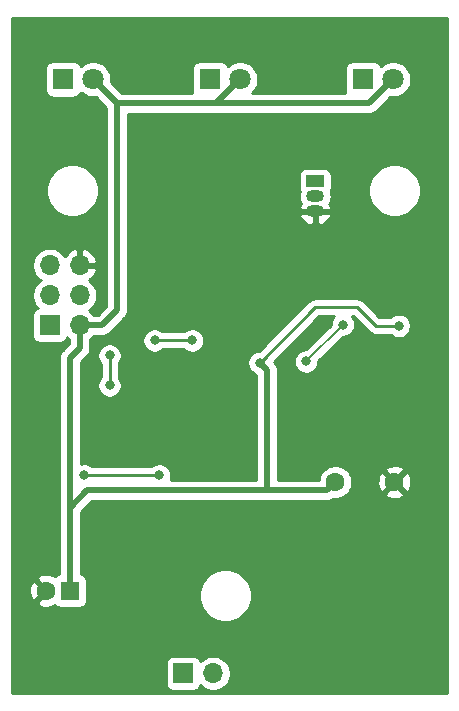
<source format=gbr>
%TF.GenerationSoftware,KiCad,Pcbnew,5.1.6*%
%TF.CreationDate,2020-10-14T19:02:39+02:00*%
%TF.ProjectId,MoCoBiBa_no_charger,4d6f436f-4269-4426-915f-6e6f5f636861,rev?*%
%TF.SameCoordinates,Original*%
%TF.FileFunction,Copper,L2,Bot*%
%TF.FilePolarity,Positive*%
%FSLAX46Y46*%
G04 Gerber Fmt 4.6, Leading zero omitted, Abs format (unit mm)*
G04 Created by KiCad (PCBNEW 5.1.6) date 2020-10-14 19:02:39*
%MOMM*%
%LPD*%
G01*
G04 APERTURE LIST*
%TA.AperFunction,ComponentPad*%
%ADD10C,1.600000*%
%TD*%
%TA.AperFunction,ComponentPad*%
%ADD11R,1.600000X1.600000*%
%TD*%
%TA.AperFunction,ComponentPad*%
%ADD12R,1.800000X1.800000*%
%TD*%
%TA.AperFunction,ComponentPad*%
%ADD13C,1.800000*%
%TD*%
%TA.AperFunction,ComponentPad*%
%ADD14R,1.700000X1.700000*%
%TD*%
%TA.AperFunction,ComponentPad*%
%ADD15O,1.700000X1.700000*%
%TD*%
%TA.AperFunction,ComponentPad*%
%ADD16O,1.500000X1.050000*%
%TD*%
%TA.AperFunction,ComponentPad*%
%ADD17R,1.500000X1.050000*%
%TD*%
%TA.AperFunction,ViaPad*%
%ADD18C,0.800000*%
%TD*%
%TA.AperFunction,Conductor*%
%ADD19C,0.540000*%
%TD*%
%TA.AperFunction,Conductor*%
%ADD20C,0.250000*%
%TD*%
%TA.AperFunction,Conductor*%
%ADD21C,0.200000*%
%TD*%
%TA.AperFunction,Conductor*%
%ADD22C,0.254000*%
%TD*%
G04 APERTURE END LIST*
D10*
%TO.P,C3,1*%
%TO.N,+2V8*%
X79438500Y-61531500D03*
%TO.P,C3,2*%
%TO.N,GND*%
X84438500Y-61531500D03*
%TD*%
D11*
%TO.P,C5,1*%
%TO.N,+2V8*%
X56959500Y-70739000D03*
D10*
%TO.P,C5,2*%
%TO.N,GND*%
X54959500Y-70739000D03*
%TD*%
D12*
%TO.P,D2,1*%
%TO.N,Net-(D2-Pad1)*%
X56388000Y-27432000D03*
D13*
%TO.P,D2,2*%
%TO.N,+2V8*%
X58928000Y-27432000D03*
%TD*%
%TO.P,D3,2*%
%TO.N,+2V8*%
X71374000Y-27432000D03*
D12*
%TO.P,D3,1*%
%TO.N,Net-(D2-Pad1)*%
X68834000Y-27432000D03*
%TD*%
%TO.P,D4,1*%
%TO.N,Net-(D2-Pad1)*%
X81788000Y-27432000D03*
D13*
%TO.P,D4,2*%
%TO.N,+2V8*%
X84328000Y-27432000D03*
%TD*%
D14*
%TO.P,J2,1*%
%TO.N,+BATT*%
X66548000Y-77724000D03*
D15*
%TO.P,J2,2*%
%TO.N,-BATT*%
X69088000Y-77724000D03*
%TD*%
D14*
%TO.P,J3,1*%
%TO.N,MISO_ISP*%
X55245000Y-48260000D03*
D15*
%TO.P,J3,2*%
%TO.N,+2V8*%
X57785000Y-48260000D03*
%TO.P,J3,3*%
%TO.N,SCK_ISP*%
X55245000Y-45720000D03*
%TO.P,J3,4*%
%TO.N,MOSI_ISP*%
X57785000Y-45720000D03*
%TO.P,J3,5*%
%TO.N,nRES_ISP*%
X55245000Y-43180000D03*
%TO.P,J3,6*%
%TO.N,GND*%
X57785000Y-43180000D03*
%TD*%
D16*
%TO.P,Q2,2*%
%TO.N,Net-(Q2-Pad2)*%
X77724000Y-37338000D03*
%TO.P,Q2,3*%
%TO.N,GND*%
X77724000Y-38608000D03*
D17*
%TO.P,Q2,1*%
%TO.N,Net-(Q2-Pad1)*%
X77724000Y-36068000D03*
%TD*%
D18*
%TO.N,+2V8*%
X73025000Y-51435000D03*
X84799500Y-48296500D03*
%TO.N,GND*%
X64770000Y-70485000D03*
X79248000Y-74676000D03*
X86360000Y-74422000D03*
X83312000Y-58674000D03*
X82677000Y-49530000D03*
X86614000Y-48895000D03*
X68453000Y-40259000D03*
X71755000Y-57785000D03*
X76200000Y-55245000D03*
X76835000Y-66040000D03*
X85725000Y-69215000D03*
X86995000Y-77470000D03*
X62230000Y-76200000D03*
X54610000Y-61595000D03*
X68580000Y-60325000D03*
X74295000Y-41910000D03*
X81915000Y-41275000D03*
X81280000Y-33655000D03*
X62484000Y-44196000D03*
X62992000Y-34036000D03*
X54864000Y-32004000D03*
X62992000Y-24892000D03*
X77216000Y-24892000D03*
X70104000Y-32512000D03*
X70612000Y-48768000D03*
%TO.N,MISO_ISP*%
X60325000Y-50800000D03*
X60325000Y-53340000D03*
%TO.N,SCK_ISP*%
X80073500Y-48196500D03*
X76962000Y-51308000D03*
%TO.N,nRES_ISP*%
X64135000Y-49530000D03*
X67310000Y-49530000D03*
%TO.N,Net-(R4-Pad2)*%
X58166000Y-60960000D03*
X64516000Y-60960000D03*
%TD*%
D19*
%TO.N,+2V8*%
X60960000Y-29464000D02*
X58928000Y-27432000D01*
X69342000Y-29464000D02*
X71374000Y-27432000D01*
X60960000Y-29464000D02*
X69342000Y-29464000D01*
X82296000Y-29464000D02*
X84328000Y-27432000D01*
X69342000Y-29464000D02*
X82296000Y-29464000D01*
X56959500Y-63944500D02*
X56959500Y-63690500D01*
X56959500Y-70739000D02*
X56959500Y-63944500D01*
X56959500Y-63690500D02*
X58420000Y-62230000D01*
X78740000Y-62230000D02*
X79438500Y-61531500D01*
X73660000Y-52070000D02*
X73025000Y-51435000D01*
X58420000Y-62230000D02*
X73660000Y-62230000D01*
X73660000Y-62230000D02*
X73660000Y-52070000D01*
X73660000Y-62230000D02*
X78740000Y-62230000D01*
X56959500Y-63690500D02*
X56959500Y-50990500D01*
X57785000Y-50165000D02*
X57785000Y-48260000D01*
X56959500Y-50990500D02*
X57785000Y-50165000D01*
X57785000Y-48260000D02*
X59690000Y-48260000D01*
X59690000Y-48260000D02*
X60960000Y-46990000D01*
X60960000Y-46990000D02*
X60960000Y-29464000D01*
D20*
X84799500Y-48296500D02*
X82840500Y-48296500D01*
X82840500Y-48296500D02*
X81280000Y-46736000D01*
X81280000Y-46736000D02*
X77724000Y-46736000D01*
X77724000Y-46736000D02*
X73025000Y-51435000D01*
%TO.N,MISO_ISP*%
X60325000Y-50800000D02*
X60325000Y-53340000D01*
D21*
%TO.N,SCK_ISP*%
X80073500Y-48196500D02*
X76962000Y-51308000D01*
D20*
%TO.N,nRES_ISP*%
X64135000Y-49530000D02*
X67310000Y-49530000D01*
%TO.N,Net-(R4-Pad2)*%
X58166000Y-60960000D02*
X64516000Y-60960000D01*
%TD*%
D22*
%TO.N,GND*%
G36*
X88875000Y-79350000D02*
G01*
X52095000Y-79350000D01*
X52095000Y-76874000D01*
X65059928Y-76874000D01*
X65059928Y-78574000D01*
X65072188Y-78698482D01*
X65108498Y-78818180D01*
X65167463Y-78928494D01*
X65246815Y-79025185D01*
X65343506Y-79104537D01*
X65453820Y-79163502D01*
X65573518Y-79199812D01*
X65698000Y-79212072D01*
X67398000Y-79212072D01*
X67522482Y-79199812D01*
X67642180Y-79163502D01*
X67752494Y-79104537D01*
X67849185Y-79025185D01*
X67928537Y-78928494D01*
X67987502Y-78818180D01*
X68009513Y-78745620D01*
X68141368Y-78877475D01*
X68384589Y-79039990D01*
X68654842Y-79151932D01*
X68941740Y-79209000D01*
X69234260Y-79209000D01*
X69521158Y-79151932D01*
X69791411Y-79039990D01*
X70034632Y-78877475D01*
X70241475Y-78670632D01*
X70403990Y-78427411D01*
X70515932Y-78157158D01*
X70573000Y-77870260D01*
X70573000Y-77577740D01*
X70515932Y-77290842D01*
X70403990Y-77020589D01*
X70241475Y-76777368D01*
X70034632Y-76570525D01*
X69791411Y-76408010D01*
X69521158Y-76296068D01*
X69234260Y-76239000D01*
X68941740Y-76239000D01*
X68654842Y-76296068D01*
X68384589Y-76408010D01*
X68141368Y-76570525D01*
X68009513Y-76702380D01*
X67987502Y-76629820D01*
X67928537Y-76519506D01*
X67849185Y-76422815D01*
X67752494Y-76343463D01*
X67642180Y-76284498D01*
X67522482Y-76248188D01*
X67398000Y-76235928D01*
X65698000Y-76235928D01*
X65573518Y-76248188D01*
X65453820Y-76284498D01*
X65343506Y-76343463D01*
X65246815Y-76422815D01*
X65167463Y-76519506D01*
X65108498Y-76629820D01*
X65072188Y-76749518D01*
X65059928Y-76874000D01*
X52095000Y-76874000D01*
X52095000Y-70809512D01*
X53519283Y-70809512D01*
X53560713Y-71089130D01*
X53655897Y-71355292D01*
X53722829Y-71480514D01*
X53966798Y-71552097D01*
X54779895Y-70739000D01*
X53966798Y-69925903D01*
X53722829Y-69997486D01*
X53601929Y-70252996D01*
X53533200Y-70527184D01*
X53519283Y-70809512D01*
X52095000Y-70809512D01*
X52095000Y-47410000D01*
X53756928Y-47410000D01*
X53756928Y-49110000D01*
X53769188Y-49234482D01*
X53805498Y-49354180D01*
X53864463Y-49464494D01*
X53943815Y-49561185D01*
X54040506Y-49640537D01*
X54150820Y-49699502D01*
X54270518Y-49735812D01*
X54395000Y-49748072D01*
X56095000Y-49748072D01*
X56219482Y-49735812D01*
X56339180Y-49699502D01*
X56449494Y-49640537D01*
X56546185Y-49561185D01*
X56625537Y-49464494D01*
X56684502Y-49354180D01*
X56706513Y-49281620D01*
X56838368Y-49413475D01*
X56880000Y-49441293D01*
X56880000Y-49790137D01*
X56350998Y-50319139D01*
X56316474Y-50347473D01*
X56288140Y-50381998D01*
X56288137Y-50382001D01*
X56203380Y-50485277D01*
X56144815Y-50594845D01*
X56119345Y-50642496D01*
X56074002Y-50791973D01*
X56067596Y-50813090D01*
X56050123Y-50990500D01*
X56054501Y-51034951D01*
X56054500Y-63646048D01*
X56054500Y-63646059D01*
X56050123Y-63690500D01*
X56054500Y-63734941D01*
X56054500Y-63988951D01*
X56054501Y-63988961D01*
X56054500Y-69311269D01*
X56035018Y-69313188D01*
X55915320Y-69349498D01*
X55805006Y-69408463D01*
X55708315Y-69487815D01*
X55697693Y-69500758D01*
X55445504Y-69381429D01*
X55171316Y-69312700D01*
X54888988Y-69298783D01*
X54609370Y-69340213D01*
X54343208Y-69435397D01*
X54217986Y-69502329D01*
X54146403Y-69746298D01*
X54959500Y-70559395D01*
X54973643Y-70545253D01*
X55153248Y-70724858D01*
X55139105Y-70739000D01*
X55153248Y-70753143D01*
X54973643Y-70932748D01*
X54959500Y-70918605D01*
X54146403Y-71731702D01*
X54217986Y-71975671D01*
X54473496Y-72096571D01*
X54747684Y-72165300D01*
X55030012Y-72179217D01*
X55309630Y-72137787D01*
X55575792Y-72042603D01*
X55697809Y-71977384D01*
X55708315Y-71990185D01*
X55805006Y-72069537D01*
X55915320Y-72128502D01*
X56035018Y-72164812D01*
X56159500Y-72177072D01*
X57759500Y-72177072D01*
X57883982Y-72164812D01*
X58003680Y-72128502D01*
X58113994Y-72069537D01*
X58210685Y-71990185D01*
X58290037Y-71893494D01*
X58349002Y-71783180D01*
X58385312Y-71663482D01*
X58397572Y-71539000D01*
X58397572Y-70899872D01*
X67869000Y-70899872D01*
X67869000Y-71340128D01*
X67954890Y-71771925D01*
X68123369Y-72178669D01*
X68367962Y-72544729D01*
X68679271Y-72856038D01*
X69045331Y-73100631D01*
X69452075Y-73269110D01*
X69883872Y-73355000D01*
X70324128Y-73355000D01*
X70755925Y-73269110D01*
X71162669Y-73100631D01*
X71528729Y-72856038D01*
X71840038Y-72544729D01*
X72084631Y-72178669D01*
X72253110Y-71771925D01*
X72339000Y-71340128D01*
X72339000Y-70899872D01*
X72253110Y-70468075D01*
X72084631Y-70061331D01*
X71840038Y-69695271D01*
X71528729Y-69383962D01*
X71162669Y-69139369D01*
X70755925Y-68970890D01*
X70324128Y-68885000D01*
X69883872Y-68885000D01*
X69452075Y-68970890D01*
X69045331Y-69139369D01*
X68679271Y-69383962D01*
X68367962Y-69695271D01*
X68123369Y-70061331D01*
X67954890Y-70468075D01*
X67869000Y-70899872D01*
X58397572Y-70899872D01*
X58397572Y-69939000D01*
X58385312Y-69814518D01*
X58349002Y-69694820D01*
X58290037Y-69584506D01*
X58210685Y-69487815D01*
X58113994Y-69408463D01*
X58003680Y-69349498D01*
X57883982Y-69313188D01*
X57864500Y-69311269D01*
X57864500Y-64065362D01*
X58794864Y-63135000D01*
X73615548Y-63135000D01*
X73660000Y-63139378D01*
X73704451Y-63135000D01*
X78695559Y-63135000D01*
X78740000Y-63139377D01*
X78784441Y-63135000D01*
X78784452Y-63135000D01*
X78917411Y-63121905D01*
X79088004Y-63070156D01*
X79245223Y-62986120D01*
X79274599Y-62962011D01*
X79297165Y-62966500D01*
X79579835Y-62966500D01*
X79857074Y-62911353D01*
X80118227Y-62803180D01*
X80353259Y-62646137D01*
X80475194Y-62524202D01*
X83625403Y-62524202D01*
X83696986Y-62768171D01*
X83952496Y-62889071D01*
X84226684Y-62957800D01*
X84509012Y-62971717D01*
X84788630Y-62930287D01*
X85054792Y-62835103D01*
X85180014Y-62768171D01*
X85251597Y-62524202D01*
X84438500Y-61711105D01*
X83625403Y-62524202D01*
X80475194Y-62524202D01*
X80553137Y-62446259D01*
X80710180Y-62211227D01*
X80818353Y-61950074D01*
X80873500Y-61672835D01*
X80873500Y-61602012D01*
X82998283Y-61602012D01*
X83039713Y-61881630D01*
X83134897Y-62147792D01*
X83201829Y-62273014D01*
X83445798Y-62344597D01*
X84258895Y-61531500D01*
X84618105Y-61531500D01*
X85431202Y-62344597D01*
X85675171Y-62273014D01*
X85796071Y-62017504D01*
X85864800Y-61743316D01*
X85878717Y-61460988D01*
X85837287Y-61181370D01*
X85742103Y-60915208D01*
X85675171Y-60789986D01*
X85431202Y-60718403D01*
X84618105Y-61531500D01*
X84258895Y-61531500D01*
X83445798Y-60718403D01*
X83201829Y-60789986D01*
X83080929Y-61045496D01*
X83012200Y-61319684D01*
X82998283Y-61602012D01*
X80873500Y-61602012D01*
X80873500Y-61390165D01*
X80818353Y-61112926D01*
X80710180Y-60851773D01*
X80553137Y-60616741D01*
X80475194Y-60538798D01*
X83625403Y-60538798D01*
X84438500Y-61351895D01*
X85251597Y-60538798D01*
X85180014Y-60294829D01*
X84924504Y-60173929D01*
X84650316Y-60105200D01*
X84367988Y-60091283D01*
X84088370Y-60132713D01*
X83822208Y-60227897D01*
X83696986Y-60294829D01*
X83625403Y-60538798D01*
X80475194Y-60538798D01*
X80353259Y-60416863D01*
X80118227Y-60259820D01*
X79857074Y-60151647D01*
X79579835Y-60096500D01*
X79297165Y-60096500D01*
X79019926Y-60151647D01*
X78758773Y-60259820D01*
X78523741Y-60416863D01*
X78323863Y-60616741D01*
X78166820Y-60851773D01*
X78058647Y-61112926D01*
X78016462Y-61325000D01*
X74565000Y-61325000D01*
X74565000Y-52114442D01*
X74569377Y-52070000D01*
X74565000Y-52025558D01*
X74565000Y-52025548D01*
X74551905Y-51892589D01*
X74500156Y-51721996D01*
X74437052Y-51603937D01*
X74416120Y-51564776D01*
X74331364Y-51461500D01*
X74331356Y-51461492D01*
X74303027Y-51426973D01*
X74268507Y-51398643D01*
X74202332Y-51332469D01*
X78038802Y-47496000D01*
X79310289Y-47496000D01*
X79269563Y-47536726D01*
X79156295Y-47706244D01*
X79078274Y-47894602D01*
X79038500Y-48094561D01*
X79038500Y-48192053D01*
X76957554Y-50273000D01*
X76860061Y-50273000D01*
X76660102Y-50312774D01*
X76471744Y-50390795D01*
X76302226Y-50504063D01*
X76158063Y-50648226D01*
X76044795Y-50817744D01*
X75966774Y-51006102D01*
X75927000Y-51206061D01*
X75927000Y-51409939D01*
X75966774Y-51609898D01*
X76044795Y-51798256D01*
X76158063Y-51967774D01*
X76302226Y-52111937D01*
X76471744Y-52225205D01*
X76660102Y-52303226D01*
X76860061Y-52343000D01*
X77063939Y-52343000D01*
X77263898Y-52303226D01*
X77452256Y-52225205D01*
X77621774Y-52111937D01*
X77765937Y-51967774D01*
X77879205Y-51798256D01*
X77957226Y-51609898D01*
X77997000Y-51409939D01*
X77997000Y-51312446D01*
X80077947Y-49231500D01*
X80175439Y-49231500D01*
X80375398Y-49191726D01*
X80563756Y-49113705D01*
X80733274Y-49000437D01*
X80877437Y-48856274D01*
X80990705Y-48686756D01*
X81068726Y-48498398D01*
X81108500Y-48298439D01*
X81108500Y-48094561D01*
X81068726Y-47894602D01*
X80990705Y-47706244D01*
X80877437Y-47536726D01*
X80836711Y-47496000D01*
X80965199Y-47496000D01*
X82276701Y-48807503D01*
X82300499Y-48836501D01*
X82416224Y-48931474D01*
X82548253Y-49002046D01*
X82691514Y-49045503D01*
X82803167Y-49056500D01*
X82803176Y-49056500D01*
X82840499Y-49060176D01*
X82877822Y-49056500D01*
X84095789Y-49056500D01*
X84139726Y-49100437D01*
X84309244Y-49213705D01*
X84497602Y-49291726D01*
X84697561Y-49331500D01*
X84901439Y-49331500D01*
X85101398Y-49291726D01*
X85289756Y-49213705D01*
X85459274Y-49100437D01*
X85603437Y-48956274D01*
X85716705Y-48786756D01*
X85794726Y-48598398D01*
X85834500Y-48398439D01*
X85834500Y-48194561D01*
X85794726Y-47994602D01*
X85716705Y-47806244D01*
X85603437Y-47636726D01*
X85459274Y-47492563D01*
X85289756Y-47379295D01*
X85101398Y-47301274D01*
X84901439Y-47261500D01*
X84697561Y-47261500D01*
X84497602Y-47301274D01*
X84309244Y-47379295D01*
X84139726Y-47492563D01*
X84095789Y-47536500D01*
X83155302Y-47536500D01*
X81843804Y-46225003D01*
X81820001Y-46195999D01*
X81704276Y-46101026D01*
X81572247Y-46030454D01*
X81428986Y-45986997D01*
X81317333Y-45976000D01*
X81317322Y-45976000D01*
X81280000Y-45972324D01*
X81242678Y-45976000D01*
X77761333Y-45976000D01*
X77724000Y-45972323D01*
X77686667Y-45976000D01*
X77575014Y-45986997D01*
X77431753Y-46030454D01*
X77299724Y-46101026D01*
X77183999Y-46195999D01*
X77160201Y-46224997D01*
X72985199Y-50400000D01*
X72923061Y-50400000D01*
X72723102Y-50439774D01*
X72534744Y-50517795D01*
X72365226Y-50631063D01*
X72221063Y-50775226D01*
X72107795Y-50944744D01*
X72029774Y-51133102D01*
X71990000Y-51333061D01*
X71990000Y-51536939D01*
X72029774Y-51736898D01*
X72107795Y-51925256D01*
X72221063Y-52094774D01*
X72365226Y-52238937D01*
X72534744Y-52352205D01*
X72723102Y-52430226D01*
X72744649Y-52434512D01*
X72755001Y-52444864D01*
X72755000Y-61325000D01*
X65485088Y-61325000D01*
X65511226Y-61261898D01*
X65551000Y-61061939D01*
X65551000Y-60858061D01*
X65511226Y-60658102D01*
X65433205Y-60469744D01*
X65319937Y-60300226D01*
X65175774Y-60156063D01*
X65006256Y-60042795D01*
X64817898Y-59964774D01*
X64617939Y-59925000D01*
X64414061Y-59925000D01*
X64214102Y-59964774D01*
X64025744Y-60042795D01*
X63856226Y-60156063D01*
X63812289Y-60200000D01*
X58869711Y-60200000D01*
X58825774Y-60156063D01*
X58656256Y-60042795D01*
X58467898Y-59964774D01*
X58267939Y-59925000D01*
X58064061Y-59925000D01*
X57864500Y-59964695D01*
X57864500Y-51365362D01*
X58393503Y-50836360D01*
X58428027Y-50808027D01*
X58464457Y-50763637D01*
X58518274Y-50698061D01*
X59290000Y-50698061D01*
X59290000Y-50901939D01*
X59329774Y-51101898D01*
X59407795Y-51290256D01*
X59521063Y-51459774D01*
X59565000Y-51503711D01*
X59565001Y-52636288D01*
X59521063Y-52680226D01*
X59407795Y-52849744D01*
X59329774Y-53038102D01*
X59290000Y-53238061D01*
X59290000Y-53441939D01*
X59329774Y-53641898D01*
X59407795Y-53830256D01*
X59521063Y-53999774D01*
X59665226Y-54143937D01*
X59834744Y-54257205D01*
X60023102Y-54335226D01*
X60223061Y-54375000D01*
X60426939Y-54375000D01*
X60626898Y-54335226D01*
X60815256Y-54257205D01*
X60984774Y-54143937D01*
X61128937Y-53999774D01*
X61242205Y-53830256D01*
X61320226Y-53641898D01*
X61360000Y-53441939D01*
X61360000Y-53238061D01*
X61320226Y-53038102D01*
X61242205Y-52849744D01*
X61128937Y-52680226D01*
X61085000Y-52636289D01*
X61085000Y-51503711D01*
X61128937Y-51459774D01*
X61242205Y-51290256D01*
X61320226Y-51101898D01*
X61360000Y-50901939D01*
X61360000Y-50698061D01*
X61320226Y-50498102D01*
X61242205Y-50309744D01*
X61128937Y-50140226D01*
X60984774Y-49996063D01*
X60815256Y-49882795D01*
X60626898Y-49804774D01*
X60426939Y-49765000D01*
X60223061Y-49765000D01*
X60023102Y-49804774D01*
X59834744Y-49882795D01*
X59665226Y-49996063D01*
X59521063Y-50140226D01*
X59407795Y-50309744D01*
X59329774Y-50498102D01*
X59290000Y-50698061D01*
X58518274Y-50698061D01*
X58541120Y-50670224D01*
X58625155Y-50513005D01*
X58625156Y-50513004D01*
X58676905Y-50342411D01*
X58690000Y-50209452D01*
X58690000Y-50209440D01*
X58694377Y-50165001D01*
X58690000Y-50120562D01*
X58690000Y-49441293D01*
X58709802Y-49428061D01*
X63100000Y-49428061D01*
X63100000Y-49631939D01*
X63139774Y-49831898D01*
X63217795Y-50020256D01*
X63331063Y-50189774D01*
X63475226Y-50333937D01*
X63644744Y-50447205D01*
X63833102Y-50525226D01*
X64033061Y-50565000D01*
X64236939Y-50565000D01*
X64436898Y-50525226D01*
X64625256Y-50447205D01*
X64794774Y-50333937D01*
X64838711Y-50290000D01*
X66606289Y-50290000D01*
X66650226Y-50333937D01*
X66819744Y-50447205D01*
X67008102Y-50525226D01*
X67208061Y-50565000D01*
X67411939Y-50565000D01*
X67611898Y-50525226D01*
X67800256Y-50447205D01*
X67969774Y-50333937D01*
X68113937Y-50189774D01*
X68227205Y-50020256D01*
X68305226Y-49831898D01*
X68345000Y-49631939D01*
X68345000Y-49428061D01*
X68305226Y-49228102D01*
X68227205Y-49039744D01*
X68113937Y-48870226D01*
X67969774Y-48726063D01*
X67800256Y-48612795D01*
X67611898Y-48534774D01*
X67411939Y-48495000D01*
X67208061Y-48495000D01*
X67008102Y-48534774D01*
X66819744Y-48612795D01*
X66650226Y-48726063D01*
X66606289Y-48770000D01*
X64838711Y-48770000D01*
X64794774Y-48726063D01*
X64625256Y-48612795D01*
X64436898Y-48534774D01*
X64236939Y-48495000D01*
X64033061Y-48495000D01*
X63833102Y-48534774D01*
X63644744Y-48612795D01*
X63475226Y-48726063D01*
X63331063Y-48870226D01*
X63217795Y-49039744D01*
X63139774Y-49228102D01*
X63100000Y-49428061D01*
X58709802Y-49428061D01*
X58731632Y-49413475D01*
X58938475Y-49206632D01*
X58966293Y-49165000D01*
X59645559Y-49165000D01*
X59690000Y-49169377D01*
X59734441Y-49165000D01*
X59734452Y-49165000D01*
X59867411Y-49151905D01*
X60038004Y-49100156D01*
X60195223Y-49016120D01*
X60333027Y-48903027D01*
X60361365Y-48868497D01*
X61568503Y-47661360D01*
X61603027Y-47633027D01*
X61631363Y-47598500D01*
X61716120Y-47495224D01*
X61800155Y-47338005D01*
X61800156Y-47338004D01*
X61851905Y-47167411D01*
X61865000Y-47034452D01*
X61865000Y-47034443D01*
X61869377Y-46990001D01*
X61865000Y-46945559D01*
X61865000Y-38913810D01*
X76380036Y-38913810D01*
X76388728Y-38975337D01*
X76481725Y-39184882D01*
X76613816Y-39372258D01*
X76779924Y-39530264D01*
X76973666Y-39652828D01*
X77187596Y-39735239D01*
X77413493Y-39774331D01*
X77597000Y-39614598D01*
X77597000Y-38735000D01*
X77851000Y-38735000D01*
X77851000Y-39614598D01*
X78034507Y-39774331D01*
X78260404Y-39735239D01*
X78474334Y-39652828D01*
X78668076Y-39530264D01*
X78834184Y-39372258D01*
X78966275Y-39184882D01*
X79059272Y-38975337D01*
X79067964Y-38913810D01*
X78942163Y-38735000D01*
X77851000Y-38735000D01*
X77597000Y-38735000D01*
X76505837Y-38735000D01*
X76380036Y-38913810D01*
X61865000Y-38913810D01*
X61865000Y-37338000D01*
X76333388Y-37338000D01*
X76355785Y-37565400D01*
X76422115Y-37784060D01*
X76522929Y-37972669D01*
X76481725Y-38031118D01*
X76388728Y-38240663D01*
X76380036Y-38302190D01*
X76505837Y-38481000D01*
X77270891Y-38481000D01*
X77271600Y-38481215D01*
X77442021Y-38498000D01*
X78005979Y-38498000D01*
X78176400Y-38481215D01*
X78177109Y-38481000D01*
X78942163Y-38481000D01*
X79067964Y-38302190D01*
X79059272Y-38240663D01*
X78966275Y-38031118D01*
X78925071Y-37972669D01*
X79025885Y-37784060D01*
X79092215Y-37565400D01*
X79114612Y-37338000D01*
X79092215Y-37110600D01*
X79028907Y-36901902D01*
X79063502Y-36837180D01*
X79099812Y-36717482D01*
X79110410Y-36609872D01*
X82220000Y-36609872D01*
X82220000Y-37050128D01*
X82305890Y-37481925D01*
X82474369Y-37888669D01*
X82718962Y-38254729D01*
X83030271Y-38566038D01*
X83396331Y-38810631D01*
X83803075Y-38979110D01*
X84234872Y-39065000D01*
X84675128Y-39065000D01*
X85106925Y-38979110D01*
X85513669Y-38810631D01*
X85879729Y-38566038D01*
X86191038Y-38254729D01*
X86435631Y-37888669D01*
X86604110Y-37481925D01*
X86690000Y-37050128D01*
X86690000Y-36609872D01*
X86604110Y-36178075D01*
X86435631Y-35771331D01*
X86191038Y-35405271D01*
X85879729Y-35093962D01*
X85513669Y-34849369D01*
X85106925Y-34680890D01*
X84675128Y-34595000D01*
X84234872Y-34595000D01*
X83803075Y-34680890D01*
X83396331Y-34849369D01*
X83030271Y-35093962D01*
X82718962Y-35405271D01*
X82474369Y-35771331D01*
X82305890Y-36178075D01*
X82220000Y-36609872D01*
X79110410Y-36609872D01*
X79112072Y-36593000D01*
X79112072Y-35543000D01*
X79099812Y-35418518D01*
X79063502Y-35298820D01*
X79004537Y-35188506D01*
X78925185Y-35091815D01*
X78828494Y-35012463D01*
X78718180Y-34953498D01*
X78598482Y-34917188D01*
X78474000Y-34904928D01*
X76974000Y-34904928D01*
X76849518Y-34917188D01*
X76729820Y-34953498D01*
X76619506Y-35012463D01*
X76522815Y-35091815D01*
X76443463Y-35188506D01*
X76384498Y-35298820D01*
X76348188Y-35418518D01*
X76335928Y-35543000D01*
X76335928Y-36593000D01*
X76348188Y-36717482D01*
X76384498Y-36837180D01*
X76419093Y-36901902D01*
X76355785Y-37110600D01*
X76333388Y-37338000D01*
X61865000Y-37338000D01*
X61865000Y-30369000D01*
X69297559Y-30369000D01*
X69342000Y-30373377D01*
X69386441Y-30369000D01*
X82251559Y-30369000D01*
X82296000Y-30373377D01*
X82340441Y-30369000D01*
X82340452Y-30369000D01*
X82473411Y-30355905D01*
X82644004Y-30304156D01*
X82801223Y-30220120D01*
X82939027Y-30107027D01*
X82967365Y-30072497D01*
X84090109Y-28949753D01*
X84176816Y-28967000D01*
X84479184Y-28967000D01*
X84775743Y-28908011D01*
X85055095Y-28792299D01*
X85306505Y-28624312D01*
X85520312Y-28410505D01*
X85688299Y-28159095D01*
X85804011Y-27879743D01*
X85863000Y-27583184D01*
X85863000Y-27280816D01*
X85804011Y-26984257D01*
X85688299Y-26704905D01*
X85520312Y-26453495D01*
X85306505Y-26239688D01*
X85055095Y-26071701D01*
X84775743Y-25955989D01*
X84479184Y-25897000D01*
X84176816Y-25897000D01*
X83880257Y-25955989D01*
X83600905Y-26071701D01*
X83349495Y-26239688D01*
X83283056Y-26306127D01*
X83277502Y-26287820D01*
X83218537Y-26177506D01*
X83139185Y-26080815D01*
X83042494Y-26001463D01*
X82932180Y-25942498D01*
X82812482Y-25906188D01*
X82688000Y-25893928D01*
X80888000Y-25893928D01*
X80763518Y-25906188D01*
X80643820Y-25942498D01*
X80533506Y-26001463D01*
X80436815Y-26080815D01*
X80357463Y-26177506D01*
X80298498Y-26287820D01*
X80262188Y-26407518D01*
X80249928Y-26532000D01*
X80249928Y-28332000D01*
X80262188Y-28456482D01*
X80293287Y-28559000D01*
X72417817Y-28559000D01*
X72566312Y-28410505D01*
X72734299Y-28159095D01*
X72850011Y-27879743D01*
X72909000Y-27583184D01*
X72909000Y-27280816D01*
X72850011Y-26984257D01*
X72734299Y-26704905D01*
X72566312Y-26453495D01*
X72352505Y-26239688D01*
X72101095Y-26071701D01*
X71821743Y-25955989D01*
X71525184Y-25897000D01*
X71222816Y-25897000D01*
X70926257Y-25955989D01*
X70646905Y-26071701D01*
X70395495Y-26239688D01*
X70329056Y-26306127D01*
X70323502Y-26287820D01*
X70264537Y-26177506D01*
X70185185Y-26080815D01*
X70088494Y-26001463D01*
X69978180Y-25942498D01*
X69858482Y-25906188D01*
X69734000Y-25893928D01*
X67934000Y-25893928D01*
X67809518Y-25906188D01*
X67689820Y-25942498D01*
X67579506Y-26001463D01*
X67482815Y-26080815D01*
X67403463Y-26177506D01*
X67344498Y-26287820D01*
X67308188Y-26407518D01*
X67295928Y-26532000D01*
X67295928Y-28332000D01*
X67308188Y-28456482D01*
X67339287Y-28559000D01*
X61334863Y-28559000D01*
X60445753Y-27669891D01*
X60463000Y-27583184D01*
X60463000Y-27280816D01*
X60404011Y-26984257D01*
X60288299Y-26704905D01*
X60120312Y-26453495D01*
X59906505Y-26239688D01*
X59655095Y-26071701D01*
X59375743Y-25955989D01*
X59079184Y-25897000D01*
X58776816Y-25897000D01*
X58480257Y-25955989D01*
X58200905Y-26071701D01*
X57949495Y-26239688D01*
X57883056Y-26306127D01*
X57877502Y-26287820D01*
X57818537Y-26177506D01*
X57739185Y-26080815D01*
X57642494Y-26001463D01*
X57532180Y-25942498D01*
X57412482Y-25906188D01*
X57288000Y-25893928D01*
X55488000Y-25893928D01*
X55363518Y-25906188D01*
X55243820Y-25942498D01*
X55133506Y-26001463D01*
X55036815Y-26080815D01*
X54957463Y-26177506D01*
X54898498Y-26287820D01*
X54862188Y-26407518D01*
X54849928Y-26532000D01*
X54849928Y-28332000D01*
X54862188Y-28456482D01*
X54898498Y-28576180D01*
X54957463Y-28686494D01*
X55036815Y-28783185D01*
X55133506Y-28862537D01*
X55243820Y-28921502D01*
X55363518Y-28957812D01*
X55488000Y-28970072D01*
X57288000Y-28970072D01*
X57412482Y-28957812D01*
X57532180Y-28921502D01*
X57642494Y-28862537D01*
X57739185Y-28783185D01*
X57818537Y-28686494D01*
X57877502Y-28576180D01*
X57883056Y-28557873D01*
X57949495Y-28624312D01*
X58200905Y-28792299D01*
X58480257Y-28908011D01*
X58776816Y-28967000D01*
X59079184Y-28967000D01*
X59165891Y-28949753D01*
X60055001Y-29838864D01*
X60055000Y-46615137D01*
X59315138Y-47355000D01*
X58966293Y-47355000D01*
X58938475Y-47313368D01*
X58731632Y-47106525D01*
X58557240Y-46990000D01*
X58731632Y-46873475D01*
X58938475Y-46666632D01*
X59100990Y-46423411D01*
X59212932Y-46153158D01*
X59270000Y-45866260D01*
X59270000Y-45573740D01*
X59212932Y-45286842D01*
X59100990Y-45016589D01*
X58938475Y-44773368D01*
X58731632Y-44566525D01*
X58549466Y-44444805D01*
X58666355Y-44375178D01*
X58882588Y-44180269D01*
X59056641Y-43946920D01*
X59181825Y-43684099D01*
X59226476Y-43536890D01*
X59105155Y-43307000D01*
X57912000Y-43307000D01*
X57912000Y-43327000D01*
X57658000Y-43327000D01*
X57658000Y-43307000D01*
X57638000Y-43307000D01*
X57638000Y-43053000D01*
X57658000Y-43053000D01*
X57658000Y-41859186D01*
X57912000Y-41859186D01*
X57912000Y-43053000D01*
X59105155Y-43053000D01*
X59226476Y-42823110D01*
X59181825Y-42675901D01*
X59056641Y-42413080D01*
X58882588Y-42179731D01*
X58666355Y-41984822D01*
X58416252Y-41835843D01*
X58141891Y-41738519D01*
X57912000Y-41859186D01*
X57658000Y-41859186D01*
X57428109Y-41738519D01*
X57153748Y-41835843D01*
X56903645Y-41984822D01*
X56687412Y-42179731D01*
X56516100Y-42409406D01*
X56398475Y-42233368D01*
X56191632Y-42026525D01*
X55948411Y-41864010D01*
X55678158Y-41752068D01*
X55391260Y-41695000D01*
X55098740Y-41695000D01*
X54811842Y-41752068D01*
X54541589Y-41864010D01*
X54298368Y-42026525D01*
X54091525Y-42233368D01*
X53929010Y-42476589D01*
X53817068Y-42746842D01*
X53760000Y-43033740D01*
X53760000Y-43326260D01*
X53817068Y-43613158D01*
X53929010Y-43883411D01*
X54091525Y-44126632D01*
X54298368Y-44333475D01*
X54472760Y-44450000D01*
X54298368Y-44566525D01*
X54091525Y-44773368D01*
X53929010Y-45016589D01*
X53817068Y-45286842D01*
X53760000Y-45573740D01*
X53760000Y-45866260D01*
X53817068Y-46153158D01*
X53929010Y-46423411D01*
X54091525Y-46666632D01*
X54223380Y-46798487D01*
X54150820Y-46820498D01*
X54040506Y-46879463D01*
X53943815Y-46958815D01*
X53864463Y-47055506D01*
X53805498Y-47165820D01*
X53769188Y-47285518D01*
X53756928Y-47410000D01*
X52095000Y-47410000D01*
X52095000Y-36609872D01*
X54915000Y-36609872D01*
X54915000Y-37050128D01*
X55000890Y-37481925D01*
X55169369Y-37888669D01*
X55413962Y-38254729D01*
X55725271Y-38566038D01*
X56091331Y-38810631D01*
X56498075Y-38979110D01*
X56929872Y-39065000D01*
X57370128Y-39065000D01*
X57801925Y-38979110D01*
X58208669Y-38810631D01*
X58574729Y-38566038D01*
X58886038Y-38254729D01*
X59130631Y-37888669D01*
X59299110Y-37481925D01*
X59385000Y-37050128D01*
X59385000Y-36609872D01*
X59299110Y-36178075D01*
X59130631Y-35771331D01*
X58886038Y-35405271D01*
X58574729Y-35093962D01*
X58208669Y-34849369D01*
X57801925Y-34680890D01*
X57370128Y-34595000D01*
X56929872Y-34595000D01*
X56498075Y-34680890D01*
X56091331Y-34849369D01*
X55725271Y-35093962D01*
X55413962Y-35405271D01*
X55169369Y-35771331D01*
X55000890Y-36178075D01*
X54915000Y-36609872D01*
X52095000Y-36609872D01*
X52095000Y-22250000D01*
X88875001Y-22250000D01*
X88875000Y-79350000D01*
G37*
X88875000Y-79350000D02*
X52095000Y-79350000D01*
X52095000Y-76874000D01*
X65059928Y-76874000D01*
X65059928Y-78574000D01*
X65072188Y-78698482D01*
X65108498Y-78818180D01*
X65167463Y-78928494D01*
X65246815Y-79025185D01*
X65343506Y-79104537D01*
X65453820Y-79163502D01*
X65573518Y-79199812D01*
X65698000Y-79212072D01*
X67398000Y-79212072D01*
X67522482Y-79199812D01*
X67642180Y-79163502D01*
X67752494Y-79104537D01*
X67849185Y-79025185D01*
X67928537Y-78928494D01*
X67987502Y-78818180D01*
X68009513Y-78745620D01*
X68141368Y-78877475D01*
X68384589Y-79039990D01*
X68654842Y-79151932D01*
X68941740Y-79209000D01*
X69234260Y-79209000D01*
X69521158Y-79151932D01*
X69791411Y-79039990D01*
X70034632Y-78877475D01*
X70241475Y-78670632D01*
X70403990Y-78427411D01*
X70515932Y-78157158D01*
X70573000Y-77870260D01*
X70573000Y-77577740D01*
X70515932Y-77290842D01*
X70403990Y-77020589D01*
X70241475Y-76777368D01*
X70034632Y-76570525D01*
X69791411Y-76408010D01*
X69521158Y-76296068D01*
X69234260Y-76239000D01*
X68941740Y-76239000D01*
X68654842Y-76296068D01*
X68384589Y-76408010D01*
X68141368Y-76570525D01*
X68009513Y-76702380D01*
X67987502Y-76629820D01*
X67928537Y-76519506D01*
X67849185Y-76422815D01*
X67752494Y-76343463D01*
X67642180Y-76284498D01*
X67522482Y-76248188D01*
X67398000Y-76235928D01*
X65698000Y-76235928D01*
X65573518Y-76248188D01*
X65453820Y-76284498D01*
X65343506Y-76343463D01*
X65246815Y-76422815D01*
X65167463Y-76519506D01*
X65108498Y-76629820D01*
X65072188Y-76749518D01*
X65059928Y-76874000D01*
X52095000Y-76874000D01*
X52095000Y-70809512D01*
X53519283Y-70809512D01*
X53560713Y-71089130D01*
X53655897Y-71355292D01*
X53722829Y-71480514D01*
X53966798Y-71552097D01*
X54779895Y-70739000D01*
X53966798Y-69925903D01*
X53722829Y-69997486D01*
X53601929Y-70252996D01*
X53533200Y-70527184D01*
X53519283Y-70809512D01*
X52095000Y-70809512D01*
X52095000Y-47410000D01*
X53756928Y-47410000D01*
X53756928Y-49110000D01*
X53769188Y-49234482D01*
X53805498Y-49354180D01*
X53864463Y-49464494D01*
X53943815Y-49561185D01*
X54040506Y-49640537D01*
X54150820Y-49699502D01*
X54270518Y-49735812D01*
X54395000Y-49748072D01*
X56095000Y-49748072D01*
X56219482Y-49735812D01*
X56339180Y-49699502D01*
X56449494Y-49640537D01*
X56546185Y-49561185D01*
X56625537Y-49464494D01*
X56684502Y-49354180D01*
X56706513Y-49281620D01*
X56838368Y-49413475D01*
X56880000Y-49441293D01*
X56880000Y-49790137D01*
X56350998Y-50319139D01*
X56316474Y-50347473D01*
X56288140Y-50381998D01*
X56288137Y-50382001D01*
X56203380Y-50485277D01*
X56144815Y-50594845D01*
X56119345Y-50642496D01*
X56074002Y-50791973D01*
X56067596Y-50813090D01*
X56050123Y-50990500D01*
X56054501Y-51034951D01*
X56054500Y-63646048D01*
X56054500Y-63646059D01*
X56050123Y-63690500D01*
X56054500Y-63734941D01*
X56054500Y-63988951D01*
X56054501Y-63988961D01*
X56054500Y-69311269D01*
X56035018Y-69313188D01*
X55915320Y-69349498D01*
X55805006Y-69408463D01*
X55708315Y-69487815D01*
X55697693Y-69500758D01*
X55445504Y-69381429D01*
X55171316Y-69312700D01*
X54888988Y-69298783D01*
X54609370Y-69340213D01*
X54343208Y-69435397D01*
X54217986Y-69502329D01*
X54146403Y-69746298D01*
X54959500Y-70559395D01*
X54973643Y-70545253D01*
X55153248Y-70724858D01*
X55139105Y-70739000D01*
X55153248Y-70753143D01*
X54973643Y-70932748D01*
X54959500Y-70918605D01*
X54146403Y-71731702D01*
X54217986Y-71975671D01*
X54473496Y-72096571D01*
X54747684Y-72165300D01*
X55030012Y-72179217D01*
X55309630Y-72137787D01*
X55575792Y-72042603D01*
X55697809Y-71977384D01*
X55708315Y-71990185D01*
X55805006Y-72069537D01*
X55915320Y-72128502D01*
X56035018Y-72164812D01*
X56159500Y-72177072D01*
X57759500Y-72177072D01*
X57883982Y-72164812D01*
X58003680Y-72128502D01*
X58113994Y-72069537D01*
X58210685Y-71990185D01*
X58290037Y-71893494D01*
X58349002Y-71783180D01*
X58385312Y-71663482D01*
X58397572Y-71539000D01*
X58397572Y-70899872D01*
X67869000Y-70899872D01*
X67869000Y-71340128D01*
X67954890Y-71771925D01*
X68123369Y-72178669D01*
X68367962Y-72544729D01*
X68679271Y-72856038D01*
X69045331Y-73100631D01*
X69452075Y-73269110D01*
X69883872Y-73355000D01*
X70324128Y-73355000D01*
X70755925Y-73269110D01*
X71162669Y-73100631D01*
X71528729Y-72856038D01*
X71840038Y-72544729D01*
X72084631Y-72178669D01*
X72253110Y-71771925D01*
X72339000Y-71340128D01*
X72339000Y-70899872D01*
X72253110Y-70468075D01*
X72084631Y-70061331D01*
X71840038Y-69695271D01*
X71528729Y-69383962D01*
X71162669Y-69139369D01*
X70755925Y-68970890D01*
X70324128Y-68885000D01*
X69883872Y-68885000D01*
X69452075Y-68970890D01*
X69045331Y-69139369D01*
X68679271Y-69383962D01*
X68367962Y-69695271D01*
X68123369Y-70061331D01*
X67954890Y-70468075D01*
X67869000Y-70899872D01*
X58397572Y-70899872D01*
X58397572Y-69939000D01*
X58385312Y-69814518D01*
X58349002Y-69694820D01*
X58290037Y-69584506D01*
X58210685Y-69487815D01*
X58113994Y-69408463D01*
X58003680Y-69349498D01*
X57883982Y-69313188D01*
X57864500Y-69311269D01*
X57864500Y-64065362D01*
X58794864Y-63135000D01*
X73615548Y-63135000D01*
X73660000Y-63139378D01*
X73704451Y-63135000D01*
X78695559Y-63135000D01*
X78740000Y-63139377D01*
X78784441Y-63135000D01*
X78784452Y-63135000D01*
X78917411Y-63121905D01*
X79088004Y-63070156D01*
X79245223Y-62986120D01*
X79274599Y-62962011D01*
X79297165Y-62966500D01*
X79579835Y-62966500D01*
X79857074Y-62911353D01*
X80118227Y-62803180D01*
X80353259Y-62646137D01*
X80475194Y-62524202D01*
X83625403Y-62524202D01*
X83696986Y-62768171D01*
X83952496Y-62889071D01*
X84226684Y-62957800D01*
X84509012Y-62971717D01*
X84788630Y-62930287D01*
X85054792Y-62835103D01*
X85180014Y-62768171D01*
X85251597Y-62524202D01*
X84438500Y-61711105D01*
X83625403Y-62524202D01*
X80475194Y-62524202D01*
X80553137Y-62446259D01*
X80710180Y-62211227D01*
X80818353Y-61950074D01*
X80873500Y-61672835D01*
X80873500Y-61602012D01*
X82998283Y-61602012D01*
X83039713Y-61881630D01*
X83134897Y-62147792D01*
X83201829Y-62273014D01*
X83445798Y-62344597D01*
X84258895Y-61531500D01*
X84618105Y-61531500D01*
X85431202Y-62344597D01*
X85675171Y-62273014D01*
X85796071Y-62017504D01*
X85864800Y-61743316D01*
X85878717Y-61460988D01*
X85837287Y-61181370D01*
X85742103Y-60915208D01*
X85675171Y-60789986D01*
X85431202Y-60718403D01*
X84618105Y-61531500D01*
X84258895Y-61531500D01*
X83445798Y-60718403D01*
X83201829Y-60789986D01*
X83080929Y-61045496D01*
X83012200Y-61319684D01*
X82998283Y-61602012D01*
X80873500Y-61602012D01*
X80873500Y-61390165D01*
X80818353Y-61112926D01*
X80710180Y-60851773D01*
X80553137Y-60616741D01*
X80475194Y-60538798D01*
X83625403Y-60538798D01*
X84438500Y-61351895D01*
X85251597Y-60538798D01*
X85180014Y-60294829D01*
X84924504Y-60173929D01*
X84650316Y-60105200D01*
X84367988Y-60091283D01*
X84088370Y-60132713D01*
X83822208Y-60227897D01*
X83696986Y-60294829D01*
X83625403Y-60538798D01*
X80475194Y-60538798D01*
X80353259Y-60416863D01*
X80118227Y-60259820D01*
X79857074Y-60151647D01*
X79579835Y-60096500D01*
X79297165Y-60096500D01*
X79019926Y-60151647D01*
X78758773Y-60259820D01*
X78523741Y-60416863D01*
X78323863Y-60616741D01*
X78166820Y-60851773D01*
X78058647Y-61112926D01*
X78016462Y-61325000D01*
X74565000Y-61325000D01*
X74565000Y-52114442D01*
X74569377Y-52070000D01*
X74565000Y-52025558D01*
X74565000Y-52025548D01*
X74551905Y-51892589D01*
X74500156Y-51721996D01*
X74437052Y-51603937D01*
X74416120Y-51564776D01*
X74331364Y-51461500D01*
X74331356Y-51461492D01*
X74303027Y-51426973D01*
X74268507Y-51398643D01*
X74202332Y-51332469D01*
X78038802Y-47496000D01*
X79310289Y-47496000D01*
X79269563Y-47536726D01*
X79156295Y-47706244D01*
X79078274Y-47894602D01*
X79038500Y-48094561D01*
X79038500Y-48192053D01*
X76957554Y-50273000D01*
X76860061Y-50273000D01*
X76660102Y-50312774D01*
X76471744Y-50390795D01*
X76302226Y-50504063D01*
X76158063Y-50648226D01*
X76044795Y-50817744D01*
X75966774Y-51006102D01*
X75927000Y-51206061D01*
X75927000Y-51409939D01*
X75966774Y-51609898D01*
X76044795Y-51798256D01*
X76158063Y-51967774D01*
X76302226Y-52111937D01*
X76471744Y-52225205D01*
X76660102Y-52303226D01*
X76860061Y-52343000D01*
X77063939Y-52343000D01*
X77263898Y-52303226D01*
X77452256Y-52225205D01*
X77621774Y-52111937D01*
X77765937Y-51967774D01*
X77879205Y-51798256D01*
X77957226Y-51609898D01*
X77997000Y-51409939D01*
X77997000Y-51312446D01*
X80077947Y-49231500D01*
X80175439Y-49231500D01*
X80375398Y-49191726D01*
X80563756Y-49113705D01*
X80733274Y-49000437D01*
X80877437Y-48856274D01*
X80990705Y-48686756D01*
X81068726Y-48498398D01*
X81108500Y-48298439D01*
X81108500Y-48094561D01*
X81068726Y-47894602D01*
X80990705Y-47706244D01*
X80877437Y-47536726D01*
X80836711Y-47496000D01*
X80965199Y-47496000D01*
X82276701Y-48807503D01*
X82300499Y-48836501D01*
X82416224Y-48931474D01*
X82548253Y-49002046D01*
X82691514Y-49045503D01*
X82803167Y-49056500D01*
X82803176Y-49056500D01*
X82840499Y-49060176D01*
X82877822Y-49056500D01*
X84095789Y-49056500D01*
X84139726Y-49100437D01*
X84309244Y-49213705D01*
X84497602Y-49291726D01*
X84697561Y-49331500D01*
X84901439Y-49331500D01*
X85101398Y-49291726D01*
X85289756Y-49213705D01*
X85459274Y-49100437D01*
X85603437Y-48956274D01*
X85716705Y-48786756D01*
X85794726Y-48598398D01*
X85834500Y-48398439D01*
X85834500Y-48194561D01*
X85794726Y-47994602D01*
X85716705Y-47806244D01*
X85603437Y-47636726D01*
X85459274Y-47492563D01*
X85289756Y-47379295D01*
X85101398Y-47301274D01*
X84901439Y-47261500D01*
X84697561Y-47261500D01*
X84497602Y-47301274D01*
X84309244Y-47379295D01*
X84139726Y-47492563D01*
X84095789Y-47536500D01*
X83155302Y-47536500D01*
X81843804Y-46225003D01*
X81820001Y-46195999D01*
X81704276Y-46101026D01*
X81572247Y-46030454D01*
X81428986Y-45986997D01*
X81317333Y-45976000D01*
X81317322Y-45976000D01*
X81280000Y-45972324D01*
X81242678Y-45976000D01*
X77761333Y-45976000D01*
X77724000Y-45972323D01*
X77686667Y-45976000D01*
X77575014Y-45986997D01*
X77431753Y-46030454D01*
X77299724Y-46101026D01*
X77183999Y-46195999D01*
X77160201Y-46224997D01*
X72985199Y-50400000D01*
X72923061Y-50400000D01*
X72723102Y-50439774D01*
X72534744Y-50517795D01*
X72365226Y-50631063D01*
X72221063Y-50775226D01*
X72107795Y-50944744D01*
X72029774Y-51133102D01*
X71990000Y-51333061D01*
X71990000Y-51536939D01*
X72029774Y-51736898D01*
X72107795Y-51925256D01*
X72221063Y-52094774D01*
X72365226Y-52238937D01*
X72534744Y-52352205D01*
X72723102Y-52430226D01*
X72744649Y-52434512D01*
X72755001Y-52444864D01*
X72755000Y-61325000D01*
X65485088Y-61325000D01*
X65511226Y-61261898D01*
X65551000Y-61061939D01*
X65551000Y-60858061D01*
X65511226Y-60658102D01*
X65433205Y-60469744D01*
X65319937Y-60300226D01*
X65175774Y-60156063D01*
X65006256Y-60042795D01*
X64817898Y-59964774D01*
X64617939Y-59925000D01*
X64414061Y-59925000D01*
X64214102Y-59964774D01*
X64025744Y-60042795D01*
X63856226Y-60156063D01*
X63812289Y-60200000D01*
X58869711Y-60200000D01*
X58825774Y-60156063D01*
X58656256Y-60042795D01*
X58467898Y-59964774D01*
X58267939Y-59925000D01*
X58064061Y-59925000D01*
X57864500Y-59964695D01*
X57864500Y-51365362D01*
X58393503Y-50836360D01*
X58428027Y-50808027D01*
X58464457Y-50763637D01*
X58518274Y-50698061D01*
X59290000Y-50698061D01*
X59290000Y-50901939D01*
X59329774Y-51101898D01*
X59407795Y-51290256D01*
X59521063Y-51459774D01*
X59565000Y-51503711D01*
X59565001Y-52636288D01*
X59521063Y-52680226D01*
X59407795Y-52849744D01*
X59329774Y-53038102D01*
X59290000Y-53238061D01*
X59290000Y-53441939D01*
X59329774Y-53641898D01*
X59407795Y-53830256D01*
X59521063Y-53999774D01*
X59665226Y-54143937D01*
X59834744Y-54257205D01*
X60023102Y-54335226D01*
X60223061Y-54375000D01*
X60426939Y-54375000D01*
X60626898Y-54335226D01*
X60815256Y-54257205D01*
X60984774Y-54143937D01*
X61128937Y-53999774D01*
X61242205Y-53830256D01*
X61320226Y-53641898D01*
X61360000Y-53441939D01*
X61360000Y-53238061D01*
X61320226Y-53038102D01*
X61242205Y-52849744D01*
X61128937Y-52680226D01*
X61085000Y-52636289D01*
X61085000Y-51503711D01*
X61128937Y-51459774D01*
X61242205Y-51290256D01*
X61320226Y-51101898D01*
X61360000Y-50901939D01*
X61360000Y-50698061D01*
X61320226Y-50498102D01*
X61242205Y-50309744D01*
X61128937Y-50140226D01*
X60984774Y-49996063D01*
X60815256Y-49882795D01*
X60626898Y-49804774D01*
X60426939Y-49765000D01*
X60223061Y-49765000D01*
X60023102Y-49804774D01*
X59834744Y-49882795D01*
X59665226Y-49996063D01*
X59521063Y-50140226D01*
X59407795Y-50309744D01*
X59329774Y-50498102D01*
X59290000Y-50698061D01*
X58518274Y-50698061D01*
X58541120Y-50670224D01*
X58625155Y-50513005D01*
X58625156Y-50513004D01*
X58676905Y-50342411D01*
X58690000Y-50209452D01*
X58690000Y-50209440D01*
X58694377Y-50165001D01*
X58690000Y-50120562D01*
X58690000Y-49441293D01*
X58709802Y-49428061D01*
X63100000Y-49428061D01*
X63100000Y-49631939D01*
X63139774Y-49831898D01*
X63217795Y-50020256D01*
X63331063Y-50189774D01*
X63475226Y-50333937D01*
X63644744Y-50447205D01*
X63833102Y-50525226D01*
X64033061Y-50565000D01*
X64236939Y-50565000D01*
X64436898Y-50525226D01*
X64625256Y-50447205D01*
X64794774Y-50333937D01*
X64838711Y-50290000D01*
X66606289Y-50290000D01*
X66650226Y-50333937D01*
X66819744Y-50447205D01*
X67008102Y-50525226D01*
X67208061Y-50565000D01*
X67411939Y-50565000D01*
X67611898Y-50525226D01*
X67800256Y-50447205D01*
X67969774Y-50333937D01*
X68113937Y-50189774D01*
X68227205Y-50020256D01*
X68305226Y-49831898D01*
X68345000Y-49631939D01*
X68345000Y-49428061D01*
X68305226Y-49228102D01*
X68227205Y-49039744D01*
X68113937Y-48870226D01*
X67969774Y-48726063D01*
X67800256Y-48612795D01*
X67611898Y-48534774D01*
X67411939Y-48495000D01*
X67208061Y-48495000D01*
X67008102Y-48534774D01*
X66819744Y-48612795D01*
X66650226Y-48726063D01*
X66606289Y-48770000D01*
X64838711Y-48770000D01*
X64794774Y-48726063D01*
X64625256Y-48612795D01*
X64436898Y-48534774D01*
X64236939Y-48495000D01*
X64033061Y-48495000D01*
X63833102Y-48534774D01*
X63644744Y-48612795D01*
X63475226Y-48726063D01*
X63331063Y-48870226D01*
X63217795Y-49039744D01*
X63139774Y-49228102D01*
X63100000Y-49428061D01*
X58709802Y-49428061D01*
X58731632Y-49413475D01*
X58938475Y-49206632D01*
X58966293Y-49165000D01*
X59645559Y-49165000D01*
X59690000Y-49169377D01*
X59734441Y-49165000D01*
X59734452Y-49165000D01*
X59867411Y-49151905D01*
X60038004Y-49100156D01*
X60195223Y-49016120D01*
X60333027Y-48903027D01*
X60361365Y-48868497D01*
X61568503Y-47661360D01*
X61603027Y-47633027D01*
X61631363Y-47598500D01*
X61716120Y-47495224D01*
X61800155Y-47338005D01*
X61800156Y-47338004D01*
X61851905Y-47167411D01*
X61865000Y-47034452D01*
X61865000Y-47034443D01*
X61869377Y-46990001D01*
X61865000Y-46945559D01*
X61865000Y-38913810D01*
X76380036Y-38913810D01*
X76388728Y-38975337D01*
X76481725Y-39184882D01*
X76613816Y-39372258D01*
X76779924Y-39530264D01*
X76973666Y-39652828D01*
X77187596Y-39735239D01*
X77413493Y-39774331D01*
X77597000Y-39614598D01*
X77597000Y-38735000D01*
X77851000Y-38735000D01*
X77851000Y-39614598D01*
X78034507Y-39774331D01*
X78260404Y-39735239D01*
X78474334Y-39652828D01*
X78668076Y-39530264D01*
X78834184Y-39372258D01*
X78966275Y-39184882D01*
X79059272Y-38975337D01*
X79067964Y-38913810D01*
X78942163Y-38735000D01*
X77851000Y-38735000D01*
X77597000Y-38735000D01*
X76505837Y-38735000D01*
X76380036Y-38913810D01*
X61865000Y-38913810D01*
X61865000Y-37338000D01*
X76333388Y-37338000D01*
X76355785Y-37565400D01*
X76422115Y-37784060D01*
X76522929Y-37972669D01*
X76481725Y-38031118D01*
X76388728Y-38240663D01*
X76380036Y-38302190D01*
X76505837Y-38481000D01*
X77270891Y-38481000D01*
X77271600Y-38481215D01*
X77442021Y-38498000D01*
X78005979Y-38498000D01*
X78176400Y-38481215D01*
X78177109Y-38481000D01*
X78942163Y-38481000D01*
X79067964Y-38302190D01*
X79059272Y-38240663D01*
X78966275Y-38031118D01*
X78925071Y-37972669D01*
X79025885Y-37784060D01*
X79092215Y-37565400D01*
X79114612Y-37338000D01*
X79092215Y-37110600D01*
X79028907Y-36901902D01*
X79063502Y-36837180D01*
X79099812Y-36717482D01*
X79110410Y-36609872D01*
X82220000Y-36609872D01*
X82220000Y-37050128D01*
X82305890Y-37481925D01*
X82474369Y-37888669D01*
X82718962Y-38254729D01*
X83030271Y-38566038D01*
X83396331Y-38810631D01*
X83803075Y-38979110D01*
X84234872Y-39065000D01*
X84675128Y-39065000D01*
X85106925Y-38979110D01*
X85513669Y-38810631D01*
X85879729Y-38566038D01*
X86191038Y-38254729D01*
X86435631Y-37888669D01*
X86604110Y-37481925D01*
X86690000Y-37050128D01*
X86690000Y-36609872D01*
X86604110Y-36178075D01*
X86435631Y-35771331D01*
X86191038Y-35405271D01*
X85879729Y-35093962D01*
X85513669Y-34849369D01*
X85106925Y-34680890D01*
X84675128Y-34595000D01*
X84234872Y-34595000D01*
X83803075Y-34680890D01*
X83396331Y-34849369D01*
X83030271Y-35093962D01*
X82718962Y-35405271D01*
X82474369Y-35771331D01*
X82305890Y-36178075D01*
X82220000Y-36609872D01*
X79110410Y-36609872D01*
X79112072Y-36593000D01*
X79112072Y-35543000D01*
X79099812Y-35418518D01*
X79063502Y-35298820D01*
X79004537Y-35188506D01*
X78925185Y-35091815D01*
X78828494Y-35012463D01*
X78718180Y-34953498D01*
X78598482Y-34917188D01*
X78474000Y-34904928D01*
X76974000Y-34904928D01*
X76849518Y-34917188D01*
X76729820Y-34953498D01*
X76619506Y-35012463D01*
X76522815Y-35091815D01*
X76443463Y-35188506D01*
X76384498Y-35298820D01*
X76348188Y-35418518D01*
X76335928Y-35543000D01*
X76335928Y-36593000D01*
X76348188Y-36717482D01*
X76384498Y-36837180D01*
X76419093Y-36901902D01*
X76355785Y-37110600D01*
X76333388Y-37338000D01*
X61865000Y-37338000D01*
X61865000Y-30369000D01*
X69297559Y-30369000D01*
X69342000Y-30373377D01*
X69386441Y-30369000D01*
X82251559Y-30369000D01*
X82296000Y-30373377D01*
X82340441Y-30369000D01*
X82340452Y-30369000D01*
X82473411Y-30355905D01*
X82644004Y-30304156D01*
X82801223Y-30220120D01*
X82939027Y-30107027D01*
X82967365Y-30072497D01*
X84090109Y-28949753D01*
X84176816Y-28967000D01*
X84479184Y-28967000D01*
X84775743Y-28908011D01*
X85055095Y-28792299D01*
X85306505Y-28624312D01*
X85520312Y-28410505D01*
X85688299Y-28159095D01*
X85804011Y-27879743D01*
X85863000Y-27583184D01*
X85863000Y-27280816D01*
X85804011Y-26984257D01*
X85688299Y-26704905D01*
X85520312Y-26453495D01*
X85306505Y-26239688D01*
X85055095Y-26071701D01*
X84775743Y-25955989D01*
X84479184Y-25897000D01*
X84176816Y-25897000D01*
X83880257Y-25955989D01*
X83600905Y-26071701D01*
X83349495Y-26239688D01*
X83283056Y-26306127D01*
X83277502Y-26287820D01*
X83218537Y-26177506D01*
X83139185Y-26080815D01*
X83042494Y-26001463D01*
X82932180Y-25942498D01*
X82812482Y-25906188D01*
X82688000Y-25893928D01*
X80888000Y-25893928D01*
X80763518Y-25906188D01*
X80643820Y-25942498D01*
X80533506Y-26001463D01*
X80436815Y-26080815D01*
X80357463Y-26177506D01*
X80298498Y-26287820D01*
X80262188Y-26407518D01*
X80249928Y-26532000D01*
X80249928Y-28332000D01*
X80262188Y-28456482D01*
X80293287Y-28559000D01*
X72417817Y-28559000D01*
X72566312Y-28410505D01*
X72734299Y-28159095D01*
X72850011Y-27879743D01*
X72909000Y-27583184D01*
X72909000Y-27280816D01*
X72850011Y-26984257D01*
X72734299Y-26704905D01*
X72566312Y-26453495D01*
X72352505Y-26239688D01*
X72101095Y-26071701D01*
X71821743Y-25955989D01*
X71525184Y-25897000D01*
X71222816Y-25897000D01*
X70926257Y-25955989D01*
X70646905Y-26071701D01*
X70395495Y-26239688D01*
X70329056Y-26306127D01*
X70323502Y-26287820D01*
X70264537Y-26177506D01*
X70185185Y-26080815D01*
X70088494Y-26001463D01*
X69978180Y-25942498D01*
X69858482Y-25906188D01*
X69734000Y-25893928D01*
X67934000Y-25893928D01*
X67809518Y-25906188D01*
X67689820Y-25942498D01*
X67579506Y-26001463D01*
X67482815Y-26080815D01*
X67403463Y-26177506D01*
X67344498Y-26287820D01*
X67308188Y-26407518D01*
X67295928Y-26532000D01*
X67295928Y-28332000D01*
X67308188Y-28456482D01*
X67339287Y-28559000D01*
X61334863Y-28559000D01*
X60445753Y-27669891D01*
X60463000Y-27583184D01*
X60463000Y-27280816D01*
X60404011Y-26984257D01*
X60288299Y-26704905D01*
X60120312Y-26453495D01*
X59906505Y-26239688D01*
X59655095Y-26071701D01*
X59375743Y-25955989D01*
X59079184Y-25897000D01*
X58776816Y-25897000D01*
X58480257Y-25955989D01*
X58200905Y-26071701D01*
X57949495Y-26239688D01*
X57883056Y-26306127D01*
X57877502Y-26287820D01*
X57818537Y-26177506D01*
X57739185Y-26080815D01*
X57642494Y-26001463D01*
X57532180Y-25942498D01*
X57412482Y-25906188D01*
X57288000Y-25893928D01*
X55488000Y-25893928D01*
X55363518Y-25906188D01*
X55243820Y-25942498D01*
X55133506Y-26001463D01*
X55036815Y-26080815D01*
X54957463Y-26177506D01*
X54898498Y-26287820D01*
X54862188Y-26407518D01*
X54849928Y-26532000D01*
X54849928Y-28332000D01*
X54862188Y-28456482D01*
X54898498Y-28576180D01*
X54957463Y-28686494D01*
X55036815Y-28783185D01*
X55133506Y-28862537D01*
X55243820Y-28921502D01*
X55363518Y-28957812D01*
X55488000Y-28970072D01*
X57288000Y-28970072D01*
X57412482Y-28957812D01*
X57532180Y-28921502D01*
X57642494Y-28862537D01*
X57739185Y-28783185D01*
X57818537Y-28686494D01*
X57877502Y-28576180D01*
X57883056Y-28557873D01*
X57949495Y-28624312D01*
X58200905Y-28792299D01*
X58480257Y-28908011D01*
X58776816Y-28967000D01*
X59079184Y-28967000D01*
X59165891Y-28949753D01*
X60055001Y-29838864D01*
X60055000Y-46615137D01*
X59315138Y-47355000D01*
X58966293Y-47355000D01*
X58938475Y-47313368D01*
X58731632Y-47106525D01*
X58557240Y-46990000D01*
X58731632Y-46873475D01*
X58938475Y-46666632D01*
X59100990Y-46423411D01*
X59212932Y-46153158D01*
X59270000Y-45866260D01*
X59270000Y-45573740D01*
X59212932Y-45286842D01*
X59100990Y-45016589D01*
X58938475Y-44773368D01*
X58731632Y-44566525D01*
X58549466Y-44444805D01*
X58666355Y-44375178D01*
X58882588Y-44180269D01*
X59056641Y-43946920D01*
X59181825Y-43684099D01*
X59226476Y-43536890D01*
X59105155Y-43307000D01*
X57912000Y-43307000D01*
X57912000Y-43327000D01*
X57658000Y-43327000D01*
X57658000Y-43307000D01*
X57638000Y-43307000D01*
X57638000Y-43053000D01*
X57658000Y-43053000D01*
X57658000Y-41859186D01*
X57912000Y-41859186D01*
X57912000Y-43053000D01*
X59105155Y-43053000D01*
X59226476Y-42823110D01*
X59181825Y-42675901D01*
X59056641Y-42413080D01*
X58882588Y-42179731D01*
X58666355Y-41984822D01*
X58416252Y-41835843D01*
X58141891Y-41738519D01*
X57912000Y-41859186D01*
X57658000Y-41859186D01*
X57428109Y-41738519D01*
X57153748Y-41835843D01*
X56903645Y-41984822D01*
X56687412Y-42179731D01*
X56516100Y-42409406D01*
X56398475Y-42233368D01*
X56191632Y-42026525D01*
X55948411Y-41864010D01*
X55678158Y-41752068D01*
X55391260Y-41695000D01*
X55098740Y-41695000D01*
X54811842Y-41752068D01*
X54541589Y-41864010D01*
X54298368Y-42026525D01*
X54091525Y-42233368D01*
X53929010Y-42476589D01*
X53817068Y-42746842D01*
X53760000Y-43033740D01*
X53760000Y-43326260D01*
X53817068Y-43613158D01*
X53929010Y-43883411D01*
X54091525Y-44126632D01*
X54298368Y-44333475D01*
X54472760Y-44450000D01*
X54298368Y-44566525D01*
X54091525Y-44773368D01*
X53929010Y-45016589D01*
X53817068Y-45286842D01*
X53760000Y-45573740D01*
X53760000Y-45866260D01*
X53817068Y-46153158D01*
X53929010Y-46423411D01*
X54091525Y-46666632D01*
X54223380Y-46798487D01*
X54150820Y-46820498D01*
X54040506Y-46879463D01*
X53943815Y-46958815D01*
X53864463Y-47055506D01*
X53805498Y-47165820D01*
X53769188Y-47285518D01*
X53756928Y-47410000D01*
X52095000Y-47410000D01*
X52095000Y-36609872D01*
X54915000Y-36609872D01*
X54915000Y-37050128D01*
X55000890Y-37481925D01*
X55169369Y-37888669D01*
X55413962Y-38254729D01*
X55725271Y-38566038D01*
X56091331Y-38810631D01*
X56498075Y-38979110D01*
X56929872Y-39065000D01*
X57370128Y-39065000D01*
X57801925Y-38979110D01*
X58208669Y-38810631D01*
X58574729Y-38566038D01*
X58886038Y-38254729D01*
X59130631Y-37888669D01*
X59299110Y-37481925D01*
X59385000Y-37050128D01*
X59385000Y-36609872D01*
X59299110Y-36178075D01*
X59130631Y-35771331D01*
X58886038Y-35405271D01*
X58574729Y-35093962D01*
X58208669Y-34849369D01*
X57801925Y-34680890D01*
X57370128Y-34595000D01*
X56929872Y-34595000D01*
X56498075Y-34680890D01*
X56091331Y-34849369D01*
X55725271Y-35093962D01*
X55413962Y-35405271D01*
X55169369Y-35771331D01*
X55000890Y-36178075D01*
X54915000Y-36609872D01*
X52095000Y-36609872D01*
X52095000Y-22250000D01*
X88875001Y-22250000D01*
X88875000Y-79350000D01*
%TD*%
M02*

</source>
